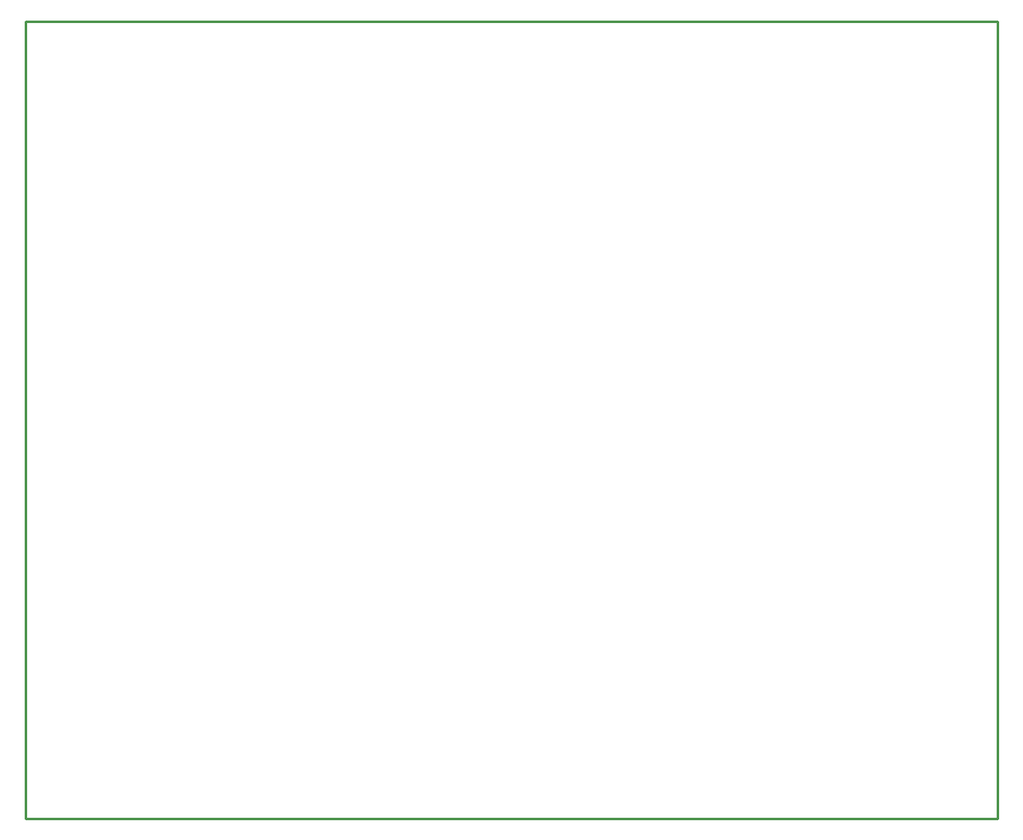
<source format=gko>
G04 Layer: BoardOutlineLayer*
G04 EasyEDA v6.5.22, 2022-12-22 19:42:36*
G04 63d54b84b90b4e81b1216e971f4bcc08,b137401b17fb4d15a04862e99c0880a0,10*
G04 Gerber Generator version 0.2*
G04 Scale: 100 percent, Rotated: No, Reflected: No *
G04 Dimensions in millimeters *
G04 leading zeros omitted , absolute positions ,4 integer and 5 decimal *
%FSLAX45Y45*%
%MOMM*%

%ADD10C,0.2500*%
D10*
X5399991Y-4999987D02*
G01*
X5399991Y3199996D01*
X5399991Y3199996D02*
G01*
X-4599993Y3199996D01*
X-4599993Y-4999987D01*
X0Y-4999987D01*
X0Y-4999987D02*
G01*
X5399991Y-4999987D01*

%LPD*%
M02*

</source>
